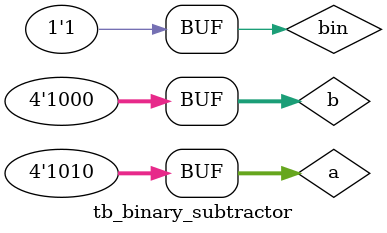
<source format=v>
module tb_binary_subtractor;
reg [3:0]a,b;
reg bin;
wire [3:0]difference;
wire bout;
binary_subtractor s1(a,b,bin,difference,bout);
initial
begin
a = 4'b 0000; b = 4'b 0000; bin = 1'b 1;
#5
a = 4'b 0001; b = 4'b 1000; bin = 1'b 1;
#5
a = 4'b 1010; b = 4'b 1000; bin = 1'b 1;
end
endmodule 
</source>
